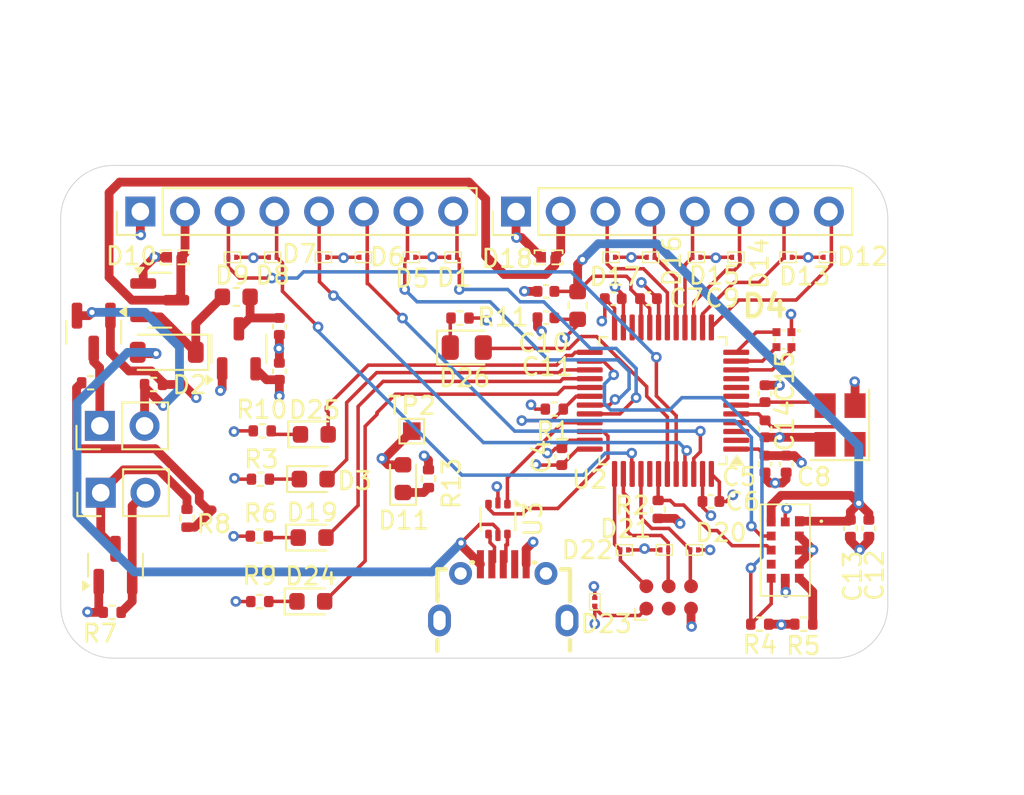
<source format=kicad_pcb>
(kicad_pcb (version 20240108) (generator "pcbnew") (generator_version "8.0")
  (layers (0 "F.Cu" signal) (1 "In1.Cu" power) (2 "In2.Cu" power) (31 "B.Cu" signal) (34 "B.Paste" user) (35 "F.Paste" user) (36 "B.SilkS" user "B.Silkscreen") (37 "F.SilkS" user "F.Silkscreen") (38 "B.Mask" user) (39 "F.Mask" user) (44 "Edge.Cuts" user))
  (net 0 "")
  (net 1 "+3V3")
  (net 2 "GND")
  (net 3 "+3.3VA")
  (net 4 "/RCC_OSC_IN")
  (net 5 "/RCC_OSC_OUT")
  (net 6 "Net-(U4-VI)")
  (net 7 "GPIO0")
  (net 8 "+5V")
  (net 9 "Net-(D2-K)")
  (net 10 "VBUS")
  (net 11 "GPIO1")
  (net 12 "LED_RED")
  (net 13 "LED_GREEN")
  (net 14 "LED_BLUE")
  (net 15 "TOF_INT")
  (net 16 "SENSOR_SDA")
  (net 17 "SENSOR_SCL")
  (net 19 "Net-(IC1-XSHUT)")
  (net 21 "LED4")
  (net 22 "LED1")
  (net 23 "LED2")
  (net 24 "LED0")
  (net 25 "LED3")
  (net 26 "Net-(D3-K)")
  (net 27 "Net-(D19-K)")
  (net 28 "Net-(D24-K)")
  (net 29 "Net-(D25-K)")
  (net 30 "Net-(D26-K)")
  (net 31 "/USB_CONN_D+")
  (net 32 "/USB_CONN_D-")
  (net 33 "SWO")
  (net 34 "SWDIO")
  (net 35 "SWCLK")
  (net 37 "OUT_SDA")
  (net 38 "OUT_SCL")
  (net 39 "USART_TX")
  (net 40 "USART_RX")
  (net 41 "VCC")
  (net 42 "GPIO4")
  (net 43 "SPI_SCLK")
  (net 44 "GPIO2")
  (net 45 "GPIO3")
  (net 46 "SPI_MISO")
  (net 47 "SPI_MOSI")
  (net 53 "USB_D-")
  (net 55 "USB_D+")
  (net 57 "Net-(D11-K)")
  (net 63 "Net-(J1-Pin_1)")
  (net 64 "Net-(J1-Pin_2)")
  (net 65 "Net-(J5-Pin_2)")
  (net 66 "Net-(J5-Pin_1)")
  (footprint "LED_SMD:LED_0805_2012Metric" (layer "F.Cu") (at 162.075 89.35)
    (property "Reference" "D26")
    (property "Value" "LED")
  )
  (footprint "Proj_footprints:TVS-3V3-DFN0603-2_L0.6-W0.3-BI" (layer "F.Cu") (at 156.2 84.221)
    (property "Reference" "D6")
    (property "Value" "D_TVS")
  )
  (footprint "Proj_footprints:TVS-3V3-DFN0603-2_L0.6-W0.3-BI" (layer "F.Cu") (at 151.05 84.221)
    (property "Reference" "D8")
    (property "Value" "D_TVS")
  )
  (footprint "Resistor_SMD:R_0402_1005Metric" (layer "F.Cu") (at 150.35 96.83 180)
    (property "Reference" "R3")
    (property "Value" "55R")
  )
  (footprint "Resistor_SMD:R_0402_1005Metric" (layer "F.Cu") (at 144.275 91.45 180)
    (property "Reference" "R14" (hide yes))
    (property "Value" "10k")
  )
  (footprint "Capacitor_SMD:C_0402_1005Metric" (layer "F.Cu") (at 183.875 99.621 -90)
    (property "Reference" "C13")
    (property "Value" "4u7")
  )
  (footprint "Package_TO_SOT_SMD:SOT-666" (layer "F.Cu") (at 163.8475 99.09967 -90)
    (property "Reference" "U3")
    (property "Value" "USBLC6-2P6")
  )
  (footprint "Connector:Tag-Connect_TC2030-IDC-NL_2x03_P1.27mm_Vertical" (layer "F.Cu") (at 173.55 103.55)
    (property "Reference" "J2" (hide yes))
    (property "Value" "Conn_02x03_Odd_Even")
  )
  (footprint "Capacitor_SMD:C_0402_1005Metric" (layer "F.Cu") (at 179.025 93.971 -90)
    (property "Reference" "C14")
    (property "Value" "10p")
  )
  (footprint "Proj_footprints:TVS-3V3-DFN0603-2_L0.6-W0.3-BI" (layer "F.Cu") (at 161.3 84.221)
    (property "Reference" "D1")
    (property "Value" "D_TVS")
  )
  (footprint "Connector_PinHeader_2.54mm:PinHeader_1x08_P2.54mm_Vertical" (layer "F.Cu") (at 164.875 81.625 90)
    (property "Reference" "J4" (hide yes))
    (property "Value" "Conn_01x08")
  )
  (footprint "Capacitor_SMD:C_0402_1005Metric" (layer "F.Cu") (at 179.025 95.971 -90)
    (property "Reference" "C5")
    (property "Value" "100n")
  )
  (footprint "Resistor_SMD:R_0402_1005Metric" (layer "F.Cu") (at 146.175 99.05 90)
    (property "Reference" "R8")
    (property "Value" "10k")
  )
  (footprint "Connector_PinHeader_2.54mm:PinHeader_1x08_P2.54mm_Vertical" (layer "F.Cu") (at 143.525 81.621 90)
    (property "Reference" "J3" (hide yes))
    (property "Value" "Conn_01x08")
  )
  (footprint "Capacitor_SMD:C_0402_1005Metric" (layer "F.Cu") (at 180.225 95.971 -90)
    (property "Reference" "C8")
    (property "Value" "10u")
  )
  (footprint "Capacitor_SMD:C_0402_1005Metric" (layer "F.Cu") (at 151.425 88.15 -90)
    (property "Reference" "C16" (hide yes))
    (property "Value" "1u")
  )
  (footprint "Proj_footprints:TVS-3V3-DFN0603-2_L0.6-W0.3-BI" (layer "F.Cu") (at 177.375 84.221)
    (property "Reference" "D14")
    (property "Value" "D_TVS")
  )
  (footprint "Proj_footprints:TVS-3V3-DFN0603-2_L0.6-W0.3-BI" (layer "F.Cu") (at 158.925 84.221 180)
    (property "Reference" "D5")
    (property "Value" "D_TVS")
  )
  (footprint "Resistor_SMD:R_0402_1005Metric" (layer "F.Cu") (at 167.05 92.85)
    (property "Reference" "R1")
    (property "Value" "10k")
  )
  (footprint "Proj_footprints:TVS-5V-DFN1006-2L-BI" (layer "F.Cu") (at 166.725 84.221)
    (property "Reference" "D18")
    (property "Value" "D_TVS")
  )
  (footprint "Resistor_SMD:R_0402_1005Metric" (layer "F.Cu") (at 159.9 96.8 90)
    (property "Reference" "R13")
    (property "Value" "75R")
  )
  (footprint "Proj_footprints:HSMFC116" (layer "F.Cu") (at 180.1 88.9 -90)
    (property "Reference" "D4")
    (property "Value" "LED_ARBG" (hide yes))
  )
  (footprint "Proj_footprints:TVS-3V3-DFN0603-2_L0.6-W0.3-BI" (layer "F.Cu") (at 182.575 84.221)
    (property "Reference" "D12")
    (property "Value" "D_TVS")
  )
  (footprint "Capacitor_SMD:C_0402_1005Metric" (layer "F.Cu") (at 179.025 91.971 90)
    (property "Reference" "C15")
    (property "Value" "10p")
  )
  (footprint "Capacitor_SMD:C_0402_1005Metric" (layer "F.Cu") (at 175.95 98.1 180)
    (property "Reference" "C6")
    (property "Value" "100n")
  )
  (footprint "Package_TO_SOT_SMD:SOT-23-3" (layer "F.Cu") (at 149.125 89.421 90)
    (property "Reference" "U4" (hide yes))
    (property "Value" "XC6206PxxxMR")
  )
  (footprint "Proj_footprints:TVS-3V3-DFN0603-2_L0.6-W0.3-BI" (layer "F.Cu") (at 180.325 84.221 180)
    (property "Reference" "D13")
    (property "Value" "D_TVS")
  )
  (footprint "Package_TO_SOT_SMD:SOT-23" (layer "F.Cu") (at 142.1125 101.725 90)
    (property "Reference" "Q3" (hide yes))
    (property "Value" "BSS138")
  )
  (footprint "Resistor_SMD:R_0402_1005Metric" (layer "F.Cu") (at 150.3125 103.785 180)
    (property "Reference" "R9")
    (property "Value" "75R")
  )
  (footprint "Proj_footprints:TVS-3V3-DFN0603-2_L0.6-W0.3-BI" (layer "F.Cu") (at 173.3 100.85)
    (property "Reference" "D21")
    (property "Value" "D_TVS")
  )
  (footprint "Package_TO_SOT_SMD:SOT-23" (layer "F.Cu") (at 140.875 88.475 -90)
    (property "Reference" "Q4" (hide yes))
    (property "Value" "BSS138")
  )
  (footprint "Capacitor_SMD:C_0402_1005Metric" (layer "F.Cu") (at 184.925 99.621 -90)
    (property "Reference" "C12")
    (property "Value" "100n")
  )
  (footprint "Resistor_SMD:R_0402_1005Metric" (layer "F.Cu") (at 150.2875 100.07 180)
    (property "Reference" "R6")
    (property "Value" "55R")
  )
  (footprint "Proj_footprints:TVS-3V3-DFN0603-2_L0.6-W0.3-BI" (layer "F.Cu") (at 170.275 84.221 180)
    (property "Reference" "D17")
    (property "Value" "D_TVS")
  )
  (footprint "LED_SMD:LED_0603_1608Metric" (layer "F.Cu") (at 153.35 96.825)
    (property "Reference" "D3")
    (property "Value" "LED")
  )
  (footprint "Capacitor_SMD:C_0402_1005Metric" (layer "F.Cu") (at 166.575 87.6585 180)
    (property "Reference" "C11")
    (property "Value" "1u")
  )
  (footprint "Capacitor_SMD:C_0402_1005Metric" (layer "F.Cu") (at 151.425 90.7 90)
    (property "Reference" "C17" (hide yes))
    (property "Value" "1u")
  )
  (footprint "LED_SMD:LED_0603_1608Metric" (layer "F.Cu") (at 153.2875 100.15)
    (property "Reference" "D19")
    (property "Value" "LED")
  )
  (footprint "Diode_SMD:D_SOD-123" (layer "F.Cu") (at 145.025 89.621 180)
    (property "Reference" "D2")
    (property "Value" "D_Schottky")
  )
  (footprint "Connector_PinHeader_2.54mm:PinHeader_1x02_P2.54mm_Vertical" (layer "F.Cu") (at 141.275 97.6 90)
    (property "Reference" "J1" (hide yes))
    (property "Value" "Conn_01x02")
  )
  (footprint "Capacitor_SMD:C_0402_1005Metric" (layer "F.Cu") (at 170.4 86.571)
    (property "Reference" "C7")
    (property "Value" "100n")
  )
  (footprint "Package_TO_SOT_SMD:SOT-23" (layer "F.Cu") (at 144.625 86.6585)
    (property "Reference" "Q1" (hide yes))
    (property "Value" "AO3401A")
  )
  (footprint "Inductor_SMD:L_0603_1608Metric" (layer "F.Cu") (at 148.975 86.471)
    (property "Reference" "FB2" (hide yes))
    (property "Value" "120R @ 100MHz")
  )
  (footprint "Package_QFP:LQFP-48_7x7mm_P0.5mm" (layer "F.Cu") (at 173.225 92.371 180)
    (property "Reference" "U2")
    (property "Value" "STM32G431CBTx")
  )
  (footprint "Inductor_SMD:L_0603_1608Metric" (layer "F.Cu") (at 168.375 86.9585 -90)
    (property "Reference" "FB1" (hide yes))
    (property "Value" "120R @ 100MHz")
  )
  (footprint "TestPoint:TestPoint_Pad_1.0x1.0mm" (layer "F.Cu") (at 158.95 94.1)
    (property "Reference" "TP2")
    (property "Value" "TestPoint")
  )
  (footprint "Capacitor_SMD:C_0402_1005Metric" (layer "F.Cu") (at 172.4 86.571)
    (property "Reference" "C9")
    (property "Value" "10n")
  )
  (footprint "Proj_footprints:TVS-3V3-DFN0603-2_L0.6-W0.3-BI" (layer "F.Cu") (at 172.525 84.221)
    (property "Reference" "D16")
    (property "Value" "D_TVS")
  )
  (footprint "Resistor_SMD:R_0402_1005Metric" (layer "F.Cu") (at 150.4525 94.085 180)
    (property "Reference" "R10")
    (property "Value" "75R")
  )
  (footprint "Resistor_SMD:R_0402_1005Metric" (layer "F.Cu") (at 181.225 105.071)
    (property "Reference" "R5")
    (property "Value" "10k")
  )
  (footprint "Proj_footprints:TVS-5V-DFN1006-2L-BI" (layer "F.Cu") (at 145.475 84.221)
    (property "Reference" "D10")
    (property "Value" "D_TVS")
  )
  (footprint "Proj_footprints:MICRO-USB-SMD_MICROXNJ" (layer "F.Cu") (at 164.15 103.26192)
    (property "Reference" "USB1" (hide yes))
    (property "Value" "~")
  )
  (footprint "Resistor_SMD:R_0402_1005Metric" (layer "F.Cu") (at 140.7 91.35)
    (property "Reference" "R15" (hide yes))
    (property "Value" "10k")
  )
  (footprint "Capacitor_SMD:C_0402_1005Metric" (layer "F.Cu") (at 166.575 86.1585 180)
    (property "Reference" "C10")
    (property "Value" "1u")
  )
  (footprint "Capacitor_SMD:C_0402_1005Metric" (layer "F.Cu") (at 167.475 95.55 90)
    (property "Reference" "C4")
    (property "Value" "100n")
  )
  (footprint "Proj_footprints:TVS-3V3-DFN0603-2_L0.6-W0.3-BI" (layer "F.Cu") (at 171.025 100.85 180)
    (property "Reference" "D22")
    (property "Value" "D_TVS")
  )
  (footprint "Resistor_SMD:R_0402_1005Metric" (layer "F.Cu") (at 178.725 105.071 180)
    (property "Reference" "R4")
    (property "Value" "10k")
  )
  (footprint "LED_SMD:LED_0603_1608Metric" (layer "F.Cu") (at 158.45 96.8 90)
    (property "Reference" "D11")
    (property "Value" "LED")
  )
  (footprint "Crystal:Crystal_SMD_3225-4Pin_3.2x2.5mm" (layer "F.Cu") (at 183.29 93.75 90)
    (property "Reference" "Y1" (hide yes))
    (property "Value" "Crystal_GND24")
  )
  (footprint "LED_SMD:LED_0603_1608Metric" (layer "F.Cu") (at 153.4125 94.285)
    (property "Reference" "D25")
    (property "Value" "LED")
  )
  (footprint "Proj_footprints:TVS-3V3-DFN0603-2_L0.6-W0.3-BI" (layer "F.Cu") (at 169.35 103.8 -90)
    (property "Reference" "D23")
    (property "Value" "D_TVS")
  )
  (footprint "Resistor_SMD:R_0402_1005Metric" (layer "F.Cu") (at 161.69 87.675)
    (property "Reference" "R11")
    (property "Value" "20R")
  )
  (footprint "Proj_footprints:TVS-3V3-DFN0603-2_L0.6-W0.3-BI" (layer "F.Cu") (at 148.75 84.221 180)
    (property "Reference" "D9")
    (property "Value" "D_TVS")
  )
  (footprint "Proj_footprints:TVS-3V3-DFN0603-2_L0.6-W0.3-BI" (layer "F.Cu") (at 175.125 84.221 180)
    (property "Reference" "D15")
    (property "Value" "D_TVS")
  )
  (footprint "Resistor_SMD:R_0402_1005Metric" (layer "F.Cu") (at 172.95 98.55 90)
    (property "Reference" "R2")
    (property "Value" "10k")
  )
  (footprint "Proj_footprints:TVS-3V3-DFN0603-2_L0.6-W0.3-BI" (layer "F.Cu") (at 153.925 84.221 180)
    (property "Reference" "D7")
    (property "Value" "D_TVS")
  )
  (footprint "Proj_footprints:TVS-3V3-DFN0603-2_L0.6-W0.3-BI" (layer "F.Cu") (at 175 100.85 180)
    (property "Reference" "D20")
    (property "Value" "D_TVS")
  )
  (footprint "LED_SMD:LED_0603_1608Metric" (layer "F.Cu") (at 153.2125 103.775)
    (property "Reference" "D24")
    (property "Value" "LED")
  )
  (footprint "Connector_PinHeader_2.54mm:PinHeader_1x02_P2.54mm_Vertical" (layer "F.Cu") (at 141.225 93.8 90)
    (property "Reference" "J5" (hide yes))
    (property "Value" "Conn_01x02")
  )
  (footprint "Resistor_SMD:R_0402_1005Metric" (layer "F.Cu") (at 141.925 104.4)
    (property "Reference" "R7")
    (property "Value" "10k")
  )
  (footprint "Proj_footprints:VL53L1CBV0FY1" (layer "F.Cu") (at 180.175 100.861)
    (property "Reference" "IC1" (hide yes))
    (property "Value" "VL53L1CBV0FY_1" (hide yes))
  )
  (gr_arc (start 142 107) (mid 139.87868 106.12132) (end 139 104) (stroke (width 0.05)) (layer "Edge.Cuts"))
  (gr_arc (start 183 79) (mid 185.12132 79.87868) (end 186 82) (stroke (width 0.05)) (layer "Edge.Cuts"))
  (gr_line (start 183 79) (end 142 79) (stroke (width 0.05)) (layer "Edge.Cuts"))
  (gr_line (start 186 104) (end 186 82) (stroke (width 0.05)) (layer "Edge.Cuts"))
  (gr_arc (start 139 82) (mid 139.87868 79.87868) (end 142 79) (stroke (width 0.05)) (layer "Edge.Cuts"))
  (gr_arc (start 186 104) (mid 185.12132 106.12132) (end 183 107) (stroke (width 0.05)) (layer "Edge.Cuts"))
  (gr_line (start 139 82) (end 139 104) (stroke (width 0.05)) (layer "Edge.Cuts"))
  (gr_line (start 183 107) (end 142 107) (stroke (width 0.05)) (layer "Edge.Cuts"))
  (segment (start 150.075 90.5585) (end 150.6965 91.18) (width 0.5) (layer "F.Cu") (net 1))
  (segment (start 166.54 92.85) (end 166.54 92.84) (width 0.2) (layer "F.Cu") (net 1))
  (segment (start 166.03 96.03) (end 166 96) (width 0.2) (layer "F.Cu") (net 1))
  (segment (start 169.778699 104.578699) (end 169.35 104.15) (width 0.2) (layer "F.Cu") (net 1))
  (segment (start 151.425 91.18) (end 151.425 92.1) (width 0.5) (layer "F.Cu") (net 1))
  (segment (start 170.475 88.2085) (end 170.475 87.126) (width 0.2) (layer "F.Cu") (net 1))
  (segment (start 169.92 87.68) (end 169.75 87.85) (width 0.2) (layer "F.Cu") (net 1))
  (segment (start 178.655 95.121) (end 179.025 95.491) (width 0.2) (layer "F.Cu") (net 1))
  (segment (start 142.873172 90.68) (end 144.146056 90.68) (width 0.5) (layer "F.Cu") (net 1))
  (segment (start 180.691 95.491) (end 181.1 95.9) (width 0.5) (layer "F.Cu") (net 1))
  (segment (start 179.921 105.071) (end 179.95 105.1) (width 0.5) (layer "F.Cu") (net 1))
  (segment (start 141.825 89.631828) (end 142.873172 90.68) (width 0.5) (layer "F.Cu") (net 1))
  (segment (start 169.35 104.15) (end 169.35 105.05) (width 0.2) (layer "F.Cu") (net 1))
  (segment (start 176.825 98.1) (end 177.2 97.725) (width 0.2) (layer "F.Cu") (net 1))
  (segment (start 141.1625 104.1475) (end 141.415 104.4) (width 0.5) (layer "F.Cu") (net 1))
  (segment (start 167.475 96.03) (end 166.03 96.03) (width 0.2) (layer "F.Cu") (net 1))
  (segment (start 167.1425 87.746) (end 167.055 87.6585) (width 0.2) (layer "F.Cu") (net 1))
  (segment (start 144.146056 90.68) (end 144.785 91.318944) (width 0.5) (layer "F.Cu") (net 1))
  (segment (start 168.375 87.746) (end 168.375 88.075) (width 0.2) (layer "F.Cu") (net 1))
  (segment (start 180.225 95.491) (end 179.025 95.491) (width 0.5) (layer "F.Cu") (net 1))
  (segment (start 157.25 95.65) (end 157.4 95.65) (width 0.5) (layer "F.Cu") (net 1))
  (segment (start 157.4 95.65) (end 158.95 94.1) (width 0.5) (layer "F.Cu") (net 1))
  (segment (start 140.55 104.4) (end 140.525 104.375) (width 0.5) (layer "F.Cu") (net 1))
  (segment (start 157.6125 96.0125) (end 157.25 95.65) (width 0.5) (layer "F.Cu") (net 1))
  (segment (start 145.95 91.45) (end 146.7 92.2) (width 0.5) (layer "F.Cu") (net 1))
  (segment (start 172.95 99.06) (end 173.91 99.06) (width 0.5) (layer "F.Cu") (net 1))
  (segment (start 177.3875 95.121) (end 178.655 95.121) (width 0.2) (layer "F.Cu") (net 1))
  (segment (start 170.475 87.126) (end 169.92 86.571) (width 0.2) (layer "F.Cu") (net 1))
  (segment (start 179.979 105.071) (end 179.95 105.1) (width 0.5) (layer "F.Cu") (net 1))
  (segment (start 150.6965 91.18) (end 151.425 91.18) (width 0.5) (layer "F.Cu") (net 1))
  (segment (start 180.715 105.071) (end 179.979 105.071) (width 0.5) (layer "F.Cu") (net 1))
  (segment (start 169.92 86.571) (end 169.92 87.68) (width 0.2) (layer "F.Cu") (net 1))
  (segment (start 176.43 98.1) (end 176.43 96.9885) (width 0.2) (layer "F.Cu") (net 1))
  (segment (start 165.975 92.85) (end 165.725 92.6) (width 0.2) (layer "F.Cu") (net 1))
  (segment (start 141.415 104.4) (end 140.55 104.4) (width 0.5) (layer "F.Cu") (net 1))
  (segment (start 173.91 99.06) (end 174.2 99.35) (width 0.5) (layer "F.Cu") (net 1))
  (segment (start 166.54 92.85) (end 165.975 92.85) (width 0.2) (layer "F.Cu") (net 1))
  (segment (start 179.235 105.071) (end 179.921 105.071) (width 0.5) (layer "F.Cu") (net 1))
  (segment (start 180.525 88.475) (end 180.525 87.475) (width 0.2) (layer "F.Cu") (net 1))
  (segment (start 168.375 88.075) (end 167.65 88.8) (width 0.2) (layer "F.Cu") (net 1))
  (segment (start 175.975 96.5335) (end 176.43 96.9885) (width 0.2) (layer "F.Cu") (net 1))
  (segment (start 141.1625 102.6625) (end 141.1625 104.1475) (width 0.5) (layer "F.Cu") (net 1))
  (segment (start 141.825 87.5375) (end 141.825 89.631828) (width 0.5) (layer "F.Cu") (net 1))
  (segment (start 144.785 91.45) (end 145.95 91.45) (width 0.5) (layer "F.Cu") (net 1))
  (segment (start 168.375 87.746) (end 167.1425 87.746) (width 0.2) (layer "F.Cu") (net 1))
  (segment (start 158.45 96.0125) (end 157.6125 96.0125) (width 0.5) (layer "F.Cu") (net 1))
  (segment (start 171.886301 104.578699) (end 169.778699 104.578699) (width 0.2) (layer "F.Cu") (net 1))
  (segment (start 172.28 104.185) (end 171.886301 104.578699) (width 0.2) (layer "F.Cu") (net 1))
  (segment (start 169.0625 95.121) (end 168.384 95.121) (width 0.2) (layer "F.Cu") (net 1))
  (segment (start 144.785 91.318944) (end 144.785 91.45) (width 0.5) (layer "F.Cu") (net 1))
  (segment (start 168.384 95.121) (end 167.475 96.03) (width 0.2) (layer "F.Cu") (net 1))
  (segment (start 176.43 98.1) (end 176.825 98.1) (width 0.2) (layer "F.Cu") (net 1))
  (segment (start 180.225 95.491) (end 180.691 95.491) (width 0.5) (layer "F.Cu") (net 1))
  (segment (start 180.525 87.475) (end 180.5 87.45) (width 0.2) (layer "F.Cu") (net 1))
  (via (at 151.425 92.1) (size 0.6) (drill 0.3) (layers "F.Cu" "B.Cu") (net 1))
  (via (at 165.725 92.6) (size 0.6) (drill 0.3) (layers "F.Cu" "B.Cu") (net 1))
  (via (at 146.7 92.2) (size 0.6) (drill 0.3) (layers "F.Cu" "B.Cu") (net 1))
  (via (at 166 96) (size 0.6) (drill 0.3) (layers "F.Cu" "B.Cu") (net 1))
  (via (at 181.1 95.9) (size 0.6) (drill 0.3) (layers "F.Cu" "B.Cu") (net 1))
  (via (at 157.25 95.65) (size 0.6) (drill 0.3) (layers "F.Cu" "B.Cu") (net 1))
  (via (at 169.35 105.05) (size 0.6) (drill 0.3) (layers "F.Cu" "B.Cu") (net 1))
  (via (at 179.95 105.1) (size 0.6) (drill 0.3) (layers "F.Cu" "B.Cu") (net 1))
  (via (at 174.2 99.35) (size 0.6) (drill 0.3) (layers "F.Cu" "B.Cu") (net 1))
  (via (at 180.5 87.45) (size 0.6) (drill 0.3) (layers "F.Cu" "B.Cu") (net 1))
  (via (at 140.525 104.375) (size 0.6) (drill 0.3) (layers "F.Cu" "B.Cu") (net 1))
  (via (at 177.2 97.725) (size 0.6) (drill 0.3) (layers "F.Cu" "B.Cu") (net 1))
  (via (at 167.65 88.8) (size 0.6) (drill 0.3) (layers "F.Cu" "B.Cu") (net 1))
  (via (at 169.75 87.85) (size 0.6) (drill 0.3) (layers "F.Cu" "B.Cu") (net 1))
  (segment (start 145.05 84.221) (end 144.371 84.221) (width 0.5) (layer "F.Cu") (net 2))
  (segment (start 172.25 100.85) (end 172.175 100.775) (width 0.2) (layer "F.Cu") (net 2))
  (segment (start 169.35 102.975) (end 169.3 102.925) (width 0.2) (layer "F.Cu") (net 2))
  (segment (start 170.495 84.221) (end 171.421 84.221) (width 0.2) (layer "F.Cu") (net 2))
  (segment (start 180.975 101.625) (end 181.75 100.85) (width 0.5) (layer "F.Cu") (net 2))
  (segment (start 163.8475 98.17467) (end 163.8475 97.3125) (width 0.2) (layer "F.Cu") (net 2))
  (segment (start 182.04 94.45) (end 179.85 94.45) (width 0.5) (layer "F.Cu") (net 2))
  (segment (start 179.025 96.451) (end 179.025 96.775) (width 0.5) (layer "F.Cu") (net 2))
  (segment (start 161.08 84.221) (end 160.146 84.221) (width 0.2) (layer "F.Cu") (net 2))
  (segment (start 174.82 104.185) (end 174.82 105.17) (width 0.5) (layer "F.Cu") (net 2))
  (segment (start 172.975 86.666) (end 172.88 86.571) (width 0.2) (layer "F.Cu") (net 2))
  (segment (start 176.196 84.221) (end 176.225 84.25) (width 0.2) (layer "F.Cu") (net 2))
  (segment (start 149.921 84.221) (end 149.95 84.25) (width 0.2) (layer "F.Cu") (net 2))
  (segment (start 183.875 100.101) (end 183.875 100.325) (width 0.5) (layer "F.Cu") (net 2))
  (segment (start 144.371 84.221) (end 144.35 84.2) (width 0.5) (layer "F.Cu") (net 2))
  (segment (start 175.475 98.095) (end 175.47 98.1) (width 0.2) (layer "F.Cu") (net 2))
  (segment (start 172.975 88.2085) (end 172.975 86.666) (width 0.2) (layer "F.Cu") (net 2))
  (segment (start 155.046 84.221) (end 155.075 84.25) (width 0.2) (layer "F.Cu") (net 2))
  (segment (start 180.175 102.461) (end 180.175 103.225) (width 0.5) (layer "F.Cu") (net 2))
  (segment (start 172.88 86.571) (end 172.88 86.53) (width 0.2) (layer "F.Cu") (net 2))
  (segment (start 176.254 84.221) (end 176.225 84.25) (width 0.2) (layer "F.Cu") (net 2))
  (segment (start 151.425 89.425) (end 151.4 89.4) (width 0.5) (layer "F.Cu") (net 2))
  (segment (start 179.025 91.491) (end 179.841 91.491) (width 0.5) (layer "F.Cu") (net 2))
  (segment (start 169.0625 94.621) (end 167.924 94.621) (width 0.2) (layer "F.Cu") (net 2))
  (segment (start 159.145 84.221) (end 160.104 84.221) (width 0.2) (layer "F.Cu") (net 2))
  (segment (start 180.975 101.661) (end 180.975 101.625) (width 0.5) (layer "F.Cu") (net 2))
  (segment (start 170.88 86.28) (end 170.5 85.9) (width 0.2) (layer "F.Cu") (net 2))
  (segment (start 165.179 83.1) (end 166.3 84.221) (width 0.5) (layer "F.Cu") (net 2))
  (segment (start 143.525 81.621) (end 143.525 82.925) (width 0.5) (layer "F.Cu") (net 2))
  (segment (start 180.975 100.075) (end 181.75 100.85) (width 0.5) (layer "F.Cu") (net 2))
  (segment (start 164.875 81.625) (end 164.875 83.075) (width 0.5) (layer "F.Cu") (net 2))
  (segment (start 180.175 98.575) (end 180.25 98.5) (width 0.2) (layer "F.Cu") (net 2))
  (segment (start 172.1 100.85) (end 172.175 100.775) (width 0.2) (layer "F.Cu") (net 2))
  (segment (start 155.98 84.221) (end 155.104 84.221) (width 0.2) (layer "F.Cu") (net 2))
  (segment (start 167.13 95.07) (end 166.85 95.35) (width 0.2) (layer "F.Cu") (net 2))
  (segment (start 165.3585 86.1585) (end 165.35 86.15) (width 0.5) (layer "F.Cu") (net 2))
  (segment (start 180.225 96.451) (end 180.225 96.825) (width 0.5) (layer "F.Cu") (net 2))
  (segment (start 173.08 100.85) (end 172.25 100.85) (width 0.2) (layer "F.Cu") (net 2))
  (segment (start 148.89 94.085) (end 148.85 94.125) (width 0.2) (layer "F.Cu") (net 2))
  (segment (start 171.245 100.85) (end 172.1 100.85) (width 0.2) (layer "F.Cu") (net 2))
  (segment (start 163.075 87.675) (end 163.2 87.8) (width 0.2) (layer "F.Cu") (net 2))
  (segment (start 167.475 95.07) (end 167.13 95.07) (width 0.2) (layer "F.Cu") (net 2))
  (segment (start 148.175 90.5585) (end 148.175 91.7) (width 0.5) (layer "F.Cu") (net 2))
  (segment (start 143.6875 85.7085) (end 143.6875 84.8625) (width 0.5) (layer "F.Cu") (net 2))
  (segment (start 151.425 90.22) (end 151.425 89.425) (width 0.5) (layer "F.Cu") (net 2))
  (segment (start 151.425 88.63) (end 151.425 89.375) (width 0.5) (layer "F.Cu") (net 2))
  (segment (start 180.975 100.061) (end 180.975 100.075) (width 0.5) (layer "F.Cu") (net 2))
  (segment (start 180.975 100.861) (end 181.739 100.861) (width 0.5) (layer "F.Cu") (net 2))
  (segment (start 160.146 84.221) (end 160.125 84.2) (width 0.2) (layer "F.Cu") (net 2))
  (segment (start 149.7775 100.07) (end 148.83 100.07) (width 0.2) (layer "F.Cu") (net 2))
  (segment (start 149.9425 94.085) (end 148.89 94.085) (width 0.2) (layer "F.Cu") (net 2))
  (segment (start 159.9 96.29) (end 159.9 95.75) (width 0.5) (layer "F.Cu") (net 2))
  (segment (start 181.739 100.861) (end 181.75 100.85) (width 0.5) (layer "F.Cu") (net 2))
  (segment (start 179.3 97.05) (end 179.6 97.05) (width 0.5) (layer "F.Cu") (net 2))
  (segment (start 163.8475 97.3125) (end 163.785 97.25) (width 0.2) (layer "F.Cu") (net 2))
  (segment (start 171.421 84.221) (end 171.425 84.225) (width 0.2) (layer "F.Cu") (net 2))
  (segment (start 149.84 96.83) (end 148.93 96.83) (width 0.2) (layer "F.Cu") (net 2))
  (segment (start 167.924 94.621) (end 167.475 95.07) (width 0.2) (layer "F.Cu") (net 2))
  (segment (start 184.14 91.31) (end 184.12 91.29) (width 0.5) (layer "F.Cu") (net 2))
  (segment (start 150.83 84.221) (end 149.979 84.221) (width 0.2) (layer "F.Cu") (net 2))
  (segment (start 182.355 84.221) (end 181.479 84.221) (width 0.2) (layer "F.Cu") (net 2))
  (segment (start 166.85 95.35) (end 166.65 95.35) (width 0.2) (layer "F.Cu") (net 2))
  (segment (start 164.9 83.1) (end 165.179 83.1) (width 0.5) (layer "F.Cu") (net 2))
  (segment (start 148.93 96.83) (end 148.875 96.775) (width 0.2) (layer "F.Cu") (net 2))
  (segment (start 166.095 87.6585) (end 166.095 88.19647) (width 0.5) (layer "F.Cu") (net 2))
  (segment (start 179.025 94.451) (end 179.849 94.451) (width 0.5) (layer "F.Cu") (net 2))
  (segment (start 170.88 86.571) (end 170.88 86.28) (width 0.2) (layer "F.Cu") (net 2))
  (segment (start 166.095 86.1585) (end 165.3585 86.1585) (width 0.5) (layer "F.Cu") (net 2))
  (segment (start 180.545 84.221) (end 181.471 84.221) (width 0.2) (layer "F.Cu") (net 2))
  (segment (start 183.875 100.325) (end 184.4 100.85) (width 0.5) (layer "F.Cu") (net 2))
  (segment (start 182.44 94.85) (end 182.04 94.45) (width 0.5) (layer "F.Cu") (net 2))
  (segment (start 180 97.05) (end 180.225 96.825) (width 0.5) (layer "F.Cu") (net 2))
  (segment (start 174.82 105.17) (end 174.85 105.2) (width 0.5) (layer "F.Cu") (net 2))
  (segment (start 154.145 84.221) (end 155.046 84.221) (width 0.2) (layer "F.Cu") (net 2))
  (segment (start 159.9 95.75) (end 159.65 95.5) (width 0.5) (layer "F.Cu") (net 2))
  (segment (start 149.979 84.221) (end 149.95 84.25) (width 0.2) (layer "F.Cu") (net 2))
  (segment (start 175.22 100.85) (end 175.9 100.85) (width 0.2) (layer "F.Cu") (net 2))
  (segment (start 184.925 100.325) (end 184.4 100.85) (width 0.5) (layer "F.Cu") (net 2))
  (segment (start 164.875 83.075) (end 164.9 83.1) (width 0.5) (layer "F.Cu") (net 2))
  (segment (start 170.975 86.666) (end 170.975 88.2085) (width 0.2) (layer "F.Cu") (net 2))
  (segment (start 166.095 88.19647) (end 166.324265 88.425735) (width 0.5) (layer "F.Cu") (net 2))
  (segment (start 143.525 82.925) (end 143.55 82.95) (width 0.5) (layer "F.Cu") (net 2))
  (segment (start 155.104 84.221) (end 155.075 84.25) (width 0.2) (layer "F.Cu") (net 2))
  (segment (start 148.83 100.07) (end 148.825 100.075) (width 0.2) (layer "F.Cu") (net 2))
  (segment (start 180.175 99.261) (end 180.175 98.575) (width 0.2) (layer "F.Cu") (net 2))
  (segment (start 184.14 92.65) (end 184.14 91.31) (width 0.5) (layer "F.Cu") (net 2))
  (segment (start 179.025 96.775) (end 179.3 97.05) (width 0.5) (layer "F.Cu") (net 2))
  (segment (start 169.35 103.58) (end 169.35 102.975) (width 0.2) (layer "F.Cu") (net 2))
  (segment (start 172.305 84.221) (end 171.429 84.221) (width 0.2) (layer "F.Cu") (net 2))
  (segment (start 151.425 89.375) (end 151.4 89.4) (width 0.5) (layer "F.Cu") (net 2))
  (segment (start 184.925 100.101) (end 184.925 100.325) (width 0.5) (layer "F.Cu") (net 2))
  (segment (start 172.88 86.53) (end 172 85.65) (width 0.2) (layer "F.Cu") (net 2))
  (segment (start 149.8025 103.785) (end 148.96 103.785) (width 0.2) (layer "F.Cu") (net 2))
  (segment (start 171.429 84.221) (end 171.425 84.225) (width 0.2) (layer "F.Cu") (net 2))
  (segment (start 148.97 84.221) (end 149.921 84.221) (width 0.2) (layer "F.Cu") (net 2))
  (segment (start 175.47 98.42) (end 175.95 98.9) (width 0.2) (layer "F.Cu") (net 2))
  (segment (start 175.47 98.1) (end 175.47 98.42) (width 0.2) (layer "F.Cu") (net 2))
  (segment (start 175.475 96.5335) (end 175.475 98.095) (width 0.2) (layer "F.Cu") (net 2))
  (segment (start 179.849 94.451) (end 179.85 94.45) (width 0.5) (layer "F.Cu") (net 2))
  (segment (start 181.471 84.221) (end 181.475 84.225) (width 0.2) (layer "F.Cu") (net 2))
  (segment (start 170.88 86.571) (end 170.975 86.666) (width 0.2) (layer "F.Cu") (net 2))
  (segment (start 175.345 84.221) (end 176.196 84.221) (width 0.2) (layer "F.Cu") (net 2))
  (segment (start 160.104 84.221) (end 160.125 84.2) (width 0.2) (layer "F.Cu") (net 2))
  (segment (start 165.45 101.66542) (end 165.45 100.79967) (width 0.5) (layer "F.Cu") (net 2))
  (segment (start 180.175 103.225) (end 180.2 103.25) (width 0.5) (layer "F.Cu") (net 2))
  (segment (start 179.841 91.491) (end 179.85 91.5) (width 0.5) (layer "F.Cu") (net 2))
  (segment (start 177.155 84.221) (end 176.254 84.221) (width 0.2) (layer "F.Cu") (net 2))
  (segment (start 148.96 103.785) (end 148.95 103.775) (width 0.2) (layer "F.Cu") (net 2))
  (segment (start 165.45 100.79967) (end 165.85 100.39967) (width 0.5) (layer "F.Cu") (net 2))
  (segment (start 143.6875 84.8625) (end 144.35 84.2) (width 0.5) (layer "F.Cu") (net 2))
  (segment (start 148.175 91.7) (end 148.075 91.8) (width 0.5) (layer "F.Cu") (net 2))
  (segment (start 181.479 84.221) (end 181.475 84.225) (width 0.2) (layer "F.Cu") (net 2))
  (segment (start 179.6 97.05) (end 180 97.05) (width 0.5) (layer "F.Cu") (net 2))
  (segment (start 162.2 87.675) (end 163.075 87.675) (width 0.2) (layer "F.Cu") (net 2))
  (via (at 184.12 91.29) (size 0.6) (drill 0.3) (layers "F.Cu" "B.Cu") (net 2))
  (via (at 171.425 84.225) (size 0.6) (drill 0.3) (layers "F.Cu" "B.Cu") (net 2))
  (via (at 174.85 105.2) (size 0.6) (drill 0.3) (layers "F.Cu" "B.Cu") (net 2))
  (via (at 155.075 84.25) (size 0.6) (drill 0.3) (layers "F.Cu" "B.Cu") (net 2))
  (via (at 172 85.65) (size 0.6) (drill 0.3) (layers "F.Cu" "B.Cu") (net 2))
  (via (at 179.6 97.05) (size 0.6) (drill 0.3) (layers "F.Cu" "B.Cu") (net 2))
  (via (at 148.85 94.125) (size 0.6) (drill 0.3) (layers "F.Cu" "B.Cu") (net 2))
  (via (at 179.85 91.5) (size 0.6) (drill 0.3) (layers "F.Cu" "B.Cu") (net 2))
  (via (at 184.4 100.85) (size 0.6) (drill 0.3) (layers "F.Cu" "B.Cu") (net 2))
  (via (at 175.95 98.9) (size 0.6) (drill 0.3) (layers "F.Cu" "B.Cu") (net 2))
  (via (at 175.9 100.85) (size 0.6) (drill 0.3) (layers "F.Cu" "B.Cu") (net 2))
  (via (at 160.125 84.2) (size 0.6) (drill 0.3) (layers "F.Cu" "B.Cu") (net 2))
  (via (at 170.5 85.9) (size 0.6) (drill 0.3) (layers "F.Cu" "B.Cu") (net 2))
  (via (at 159.65 95.5) (size 0.6) (drill 0.3) (layers "F.Cu" "B.Cu") (net 2))
  (via (at 163.2 87.8) (size 0.6) (drill 0.3) (layers "F.Cu" "B.Cu") (net 2))
  (via (at 143.55 82.95) (size 0.6) (drill 0.3) (layers "F.Cu" "B.Cu") (net 2))
  (via (at 180.25 98.5) (size 0.6) (drill 0.3) (layers "F.Cu" "B.Cu") (net 2))
  (via (at 149.95 84.25) (size 0.6) (drill 0.3) (layers "F.Cu" "B.Cu") (net 2))
  (via (at 144.35 84.2) (size 0.6) (drill 0.3) (layers "F.Cu" "B.Cu") (net 2))
  (via (at 148.075 91.8) (size 0.6) (drill 0.3) (layers "F.Cu" "B.Cu") (net 2))
  (via (at 169.3 102.925) (size 0.6) (drill 0.3) (layers "F.Cu" "B.Cu") (net 2))
  (via (at 181.75 100.85) (size 0.6) (drill 0.3) (layers "F.Cu" "B.Cu") (net 2))
  (via (at 166.65 95.35) (size 0.6) (drill 0.3) (layers "F.Cu" "B.Cu") (net 2))
  (via (at 172.175 100.775) (size 0.6) (drill 0.3) (layers "F.Cu" "B.Cu") (net 2))
  (via (at 164.9 83.1) (size 0.6) (drill 0.3) (layers "F.Cu" "B.Cu") (net 2))
  (via (at 181.475 84.225) (size 0.6) (drill 0.3) (layers "F.Cu" "B.Cu") (net 2))
  (via (at 151.4 89.4) (size 0.6) (drill 0.3) (layers "F.Cu" "B.Cu") (net 2))
  (via (at 165.85 100.39967) (size 0.6) (drill 0.3) (layers "F.Cu" "B.Cu") (net 2))
  (via (at 148.95 103.775) (size 0.6) (drill 0.3) (layers "F.Cu" "B.Cu") (net 2))
  (via (at 180.2 103.25) (size 0.6) (drill 0.3) (layers "F.Cu" "B.Cu") (net 2))
  (via (at 166.324265 88.425735) (size 0.6) (drill 0.3) (layers "F.Cu" "B.Cu") (net 2))
  (via (at 148.875 96.775) (size 0.6) (drill 0.3) (layers "F.Cu" "B.Cu") (net 2))
  (via (at 179.85 94.45) (size 0.6) (drill 0.3) (layers "F.Cu" "B.Cu") (net 2))
  (via (at 176.225 84.25) (size 0.6) (drill 0.3) (layers "F.Cu" "B.Cu") (net 2))
  (via (at 148.825 100.075) (size 0.6) (drill 0.3) (layers "F.Cu" "B.Cu") (net 2))
  (via (at 165.35 86.15) (size 0.6) (drill 0.3) (layers "F.Cu" "B.Cu") (net 2))
  (via (at 163.785 97.25) (size 0.6) (drill 0.3) (layers "F.Cu" "B.Cu") (net 2))
  (segment (start 179.375 99.261) (end 179.375 98.314339) (width 0.5) (layer "F.Cu") (net 3))
  (segment (start 171.15 85.3) (end 169.246 85.3) (width 0.2) (layer "F.Cu") (net 3))
  (segment (start 168.3625 86.1585) (end 168.375 86.171) (width 0.2) (layer "F.Cu") (net 3))
  (segment (start 184.925 99.141) (end 184.925 98.775) (width 0.5) (layer "F.Cu") (net 3))
  (segment (start 172.475 87.126) (end 171.92 86.571) (width 0.2) (layer "F.Cu") (net 3))
  (segment (start 172.475 88.2085) (end 172.475 87.126) (width 0.2) (layer "F.Cu") (net 3))
  (segment (start 179.939339 97.75) (end 183.9 97.75) (width 0.5) (layer "F.Cu") (net 3))
  (segment (start 171.4 85.55) (end 171.15 85.3) (width 0.2) (layer "F.Cu") (net 3))
  (segment (start 171.975 88.2085) (end 171.975 86.626) (width 0.2) (layer "F.Cu") (net 3))
  (segment (start 183.9 97.75) (end 184.35 98.2) (width 0.5) (layer "F.Cu") (net 3))
  (segment (start 183.875 99.141) (end 183.875 98.675) (width 0.5) (layer "F.Cu") (net 3))
  (segment (start 171.4 86.051) (end 171.4 85.55) (width 0.2) (layer "F.Cu") (net 3))
  (segment (start 167.055 86.1585) (end 168.3625 86.1585) (width 0.2) (layer "F.Cu") (net 3))
  (segment (start 168.375 84.625) (end 168.65 84.35) (width 0.5) (layer "F.Cu") (net 3))
  (segment (start 168.375 86.171) (end 168.375 84.625) (width 0.5) (layer "F.Cu") (net 3))
  (segment (start 171.975 86.626) (end 171.92 86.571) (width 0.2) (layer "F.Cu") (net 3))
  (segment (start 184.925 98.775) (end 184.35 98.2) (width 0.5) (layer "F.Cu") (net 3))
  (segment (start 169.246 85.3) (end 168.375 86.171) (width 0.2) (layer "F.Cu") (net 3))
  (segment (start 179.375 98.314339) (end 179.939339 97.75) (width 0.5) (layer "F.Cu") (net 3))
  (segment (start 183.875 98.675) (end 184.35 98.2) (width 0.5) (layer "F.Cu") (net 3))
  (segment (start 180.975 99.221) (end 183.795 99.221) (width 0.5) (layer "F.Cu") (net 3))
  (segment (start 171.92 86.571) (end 171.4 86.051) (width 0.2) (layer "F.Cu") (net 3))
  (segment (start 183.795 99.221) (end 183.875 99.141) (width 0.5) (layer "F.Cu") (net 3))
  (via (at 168.65 84.35) (size 0.6) (drill 0.3) (layers "F.Cu" "B.Cu") (net 3))
  (via (at 184.35 98.2) (size 0.6) (drill 0.3) (layers "F.Cu" "B.Cu") (net 3))
  (segment (start 184.35 94.939339) (end 184.35 98.2) (width 0.5) (layer "B.Cu") (net 3))
  (segment (start 172.860661 83.45) (end 184.35 94.939339) (width 0.5) (layer "B.Cu") (net 3))
  (segment (start 168.65 84.35) (end 169.55 83.45) (width 0.5) (layer "B.Cu") (net 3))
  (segment (start 169.55 83.45) (end 172.860661 83.45) (width 0.5) (layer "B.Cu") (net 3))
  (segment (start 178.655 93.121) (end 179.025 93.491) (width 0.2) (layer "F.Cu") (net 4))
  (segment (start 177.3875 93.121) (end 178.655 93.121) (width 0.2) (layer "F.Cu") (net 4))
  (segment (start 183.24 93.85) (end 184.14 94.75) (width 0.2) (layer "F.Cu") (net 4))
  (segment (start 179.025 93.491) (end 179.384 93.85) (width 0.2) (layer "F.Cu") (net 4))
  (segment (start 179.384 93.85) (end 183.24 93.85) (width 0.2) (layer "F.Cu") (net 4))
  (segment (start 184.14 94.75) (end 184.14 94.85) (width 0.2) (layer "F.Cu") (net 4))
  (segment (start 178.855 92.621) (end 179.025 92.451) (width 0.2) (layer "F.Cu") (net 5))
  (segment (start 182.241 92.451) (end 182.44 92.65) (width 0.2) (layer "F.Cu") (net 5))
  (segment (start 177.3875 92.621) (end 178.855 92.621) (width 0.2) (layer "F.Cu") (net 5))
  (segment (start 179.025 92.451) (end 182.241 92.451) (width 0.2) (layer "F.Cu") (net 5))
  (segment (start 149.7865 87.67) (end 149.7625 87.646) (width 0.5) (layer "F.Cu") (net 6))
  (segment (start 149.7625 87.646) (end 149.125 88.2835) (width 0.5) (layer "F.Cu") (net 6))
  (segment (start 149.7625 86.471) (end 149.7625 87.646) (width 0.5) (layer "F.Cu") (net 6))
  (segment (start 151.425 87.67) (end 149.7865 87.67) (width 0.5) (layer "F.Cu") (net 6))
  (segment (start 174.975 95.648529) (end 175.35 95.273529) (width 0.2) (layer "F.Cu") (net 7))
  (segment (start 156.42 85.72) (end 156.42 84.221) (width 0.2) (layer "F.Cu") (net 7))
  (segment (start 174.975 96.5335) (end 174.975 95.648529) (width 0.2) (layer "F.Cu") (net 7))
  (segment (start 156.225 81.621) (end 156.55 81.946) (width 0.2) (layer "F.Cu") (net 7))
  (segment (start 156.42 84.221) (end 156.42 81.816) (width 0.2) (layer "F.Cu") (net 7))
  (segment (start 156.42 81.816) (end 156.225 81.621) (width 0.2) (layer "F.Cu") (net 7))
  (segment (start 175.35 95.273529) (end 175.35 94.1) (width 0.2) (layer "F.Cu") (net 7))
  (segment (start 156.47 85.72) (end 156.42 85.72) (width 0.2) (layer "F.Cu") (net 7))
  (segment (start 158.425 87.675) (end 156.47 85.72) (width 0.2) (layer "F.Cu") (net 7))
  (via (at 175.35 94.1) (size 0.6) (drill 0.3) (layers "F.Cu" "B.Cu") (net 7))
  (via (at 158.425 87.675) (size 0.6) (drill 0.3) (layers "F.Cu" "B.Cu") (net 7))
  (segment (start 162.125 91.425) (end 158.425 87.725) (width 0.2) (layer "B.Cu") (net 7))
  (segment (start 175.35 94.1) (end 164.8 94.1) (width 0.2) (layer "B.Cu") (net 7))
  (segment (start 158.425 87.725) (end 158.425 87.675) (width 0.2) (layer "B.Cu") (net 7))
  (segment (start 164.8 94.1) (end 162.125 91.425) (width 0.2) (layer "B.Cu") (net 7))
  (segment (start 146.875 97.605051) (end 144.369949 95.1) (width 0.5) (layer "F.Cu") (net 8))
  (segment (start 146.875 98.088944) (end 146.875 97.605051) (width 0.5) (layer "F.Cu") (net 8))
  (segment (start 147.361056 98.575) (end 146.875 98.088944) (width 0.5) (layer "F.Cu") (net 8))
  (segment (start 139.925 95.1) (end 139.9 95.075) (width 0.5) (layer "F.Cu") (net 8))
  (segment (start 146.619999 99.56) (end 146.175 99.56) (width 0.5) (layer "F.Cu") (net 8))
  (segment (start 139.9 95.075) (end 139.9 91.64) (width 0.5) (layer "F.Cu") (net 8))
  (segment (start 147.604999 98.575) (end 146.619999 99.56) (width 0.5) (layer "F.Cu") (net 8))
  (segment (start 139.9 91.64) (end 140.19 91.35) (width 0.5) (layer "F.Cu") (net 8))
  (segment (start 147.604999 98.575) (end 147.361056 98.575) (width 0.5) (layer "F.Cu") (net 8))
  (segment (start 144.369949 95.1) (end 139.925 95.1) (width 0.5) (layer "F.Cu") (net 8))
  (segment (start 144.6625 87.6085) (end 146.675 89.621) (width 0.5) (layer "F.Cu") (net 9))
  (segment (start 146.675 87.9835) (end 148.1875 86.471) (width 0.5) (layer "F.Cu") (net 9))
  (segment (start 146.675 89.621) (end 146.675 87.9835) (width 0.5) (layer "F.Cu") (net 9))
  (segment (start 143.6875 87.6085) (end 144.6625 87.6085) (width 0.5) (layer "F.Cu") (net 9))
  (segment (start 163.569446 99.39967) (end 162.8 99.39967) (width 0.2) (layer "F.Cu") (net 10))
  (segment (start 161.75 100.56542) (end 162.85 101.66542) (width 0.5) (layer "F.Cu") (net 10))
  (segment (start 162.8 99.39967) (end 161.75 100.44967) (width 0.2) (layer "F.Cu") (net 10))
  (segment (start 163.8475 100.02467) (end 163.8475 99.677724) (width 0.2) (layer "F.Cu") (net 10))
  (segment (start 161.75 100.44967) (end 161.75 100.56542) (width 0.5) (layer "F.Cu") (net 10))
  (segment (start 143.454 89.7) (end 143.375 89.621) (width 0.5) (layer "F.Cu") (net 10))
  (segment (start 163.8475 99.677724) (end 163.569446 99.39967) (width 0.2) (layer "F.Cu") (net 10))
  (segment (start 144.425 89.7) (end 143.454 89.7) (width 0.5) (layer "F.Cu") (net 10))
  (via (at 161.75 100.44967) (size 0.6) (drill 0.3) (layers "F.Cu" "B.Cu") (net 10))
  (via (at 144.425 89.7) (size 0.6) (drill 0.3) (layers "F.Cu" "B.Cu") (net 10))
  (segment (start 139.925 98.85) (end 139.925 92.5) (width 0.5) (layer "B.Cu") (net 10))
  (segment (start 139.925 92.5) (end 142.8 89.625) (width 0.5) (layer "B.Cu") (net 10))
  (segment (start 144.35 89.625) (end 144.425 89.7) (width 0.5) (layer "B.Cu") (net 10))
  (segment (start 143.175 102.1) (end 139.925 98.85) (width 0.5) (layer "B.Cu") (net 10))
  (segment (start 142.8 89.625) (end 144.35 89.625) (width 0.5) (layer "B.Cu") (net 10))
  (segment (start 160.09967 102.1) (end 143.175 102.1) (width 0.5) (layer "B.Cu") (net 10))
  (segment (start 161.75 100.44967) (end 160.09967 102.1) (width 0.5) (layer "B.Cu") (net 10))
  (segment (start 174.475 96.5335) (end 174.475 95.3) (width 0.2) (layer "F.Cu") (net 11))
  (segment (start 154.5 86.4) (end 153.705 85.605) (width 0.2) (layer "F.Cu") (net 11))
  (segment (start 153.705 84.221) (end 153.705 84.07) (width 0.2) (layer "F.Cu") (net 11))
  (segment (start 153.705 84.07) (end 153.685 84.05) (width 0.2) (layer "F.Cu") (net 11))
  (segment (start 153.705 85.605) (end 153.705 84.221) (width 0.2) (layer "F.Cu") (net 11))
  (segment (start 174.475 95.3) (end 174.575 95.2) (width 0.2) (layer "F.Cu") (net 11))
  (segment (start 153.685 84.05) (end 153.685 81.621) (width 0.2) (layer "F.Cu") (net 11))
  (via (at 174.575 95.2) (size 0.6) (drill 0.3) (layers "F.Cu" "B.Cu") (net 11))
  (via (at 154.5 86.4) (size 0.6) (drill 0.3) (layers "F.Cu" "B.Cu") (net 11))
  (segment (start 163.025 94.75) (end 154.675 86.4) (width 0.2) (layer "B.Cu") (net 11))
  (segment (start 174.575 95.2) (end 174.125 94.75) (width 0.2) (layer "B.Cu") (net 11))
  (segment (start 174.125 94.75) (end 163.025 94.75) (width 0.2) (layer "B.Cu") (net 11))
  (segment (start 154.675 86.4) (end 154.5 86.4) (width 0.2) (layer "B.Cu") (net 11))
  (segment (start 177.3875 90.621) (end 179.429 90.621) (width 0.2) (layer "F.Cu") (net 12))
  (segment (start 179.429 90.621) (end 180.525 89.525) (width 0.2) (layer "F.Cu") (net 12))
  (segment (start 180.525 89.525) (end 180.525 89.325) (width 0.2) (layer "F.Cu") (net 12))
  (segment (start 178.879 90.121) (end 179.675 89.325) (width 0.2) (layer "F.Cu") (net 13))
  (segment (start 177.3875 90.121) (end 178.879 90.121) (width 0.2) (layer "F.Cu") (net 13))
  (segment (start 178.5335 88.475) (end 179.675 88.475) (width 0.2) (layer "F.Cu") (net 14))
  (segment (start 177.3875 89.621) (end 178.5335 88.475) (width 0.2) (layer "F.Cu") (net 14))
  (segment (start 178.225 101.875) (end 178.215 101.885) (width 0.2) (layer "F.Cu") (net 15))
  (segment (start 169.83241 90.121) (end 169.0625 90.121) (width 0.2) (layer "F.Cu") (net 15))
  (segment (start 179.375 103.911) (end 178.215 105.071) (width 0.2) (layer "F.Cu") (net 15))
  (segment (start 179.375 102.461) (end 179.375 103.911) (width 0.2) (layer "F.Cu") (net 15))
  (segment (start 178.215 101.885) (end 178.215 105.071) (width 0.2) (layer "F.Cu") (net 15))
  (segment (start 170.425 90.9) (end 170.425 90.71359) (width 0.2) (layer "F.Cu") (net 15))
  (segment (start 170.425 90.71359) (end 169.83241 90.121) (width 0.2) (layer "F.Cu") (net 15))
  (via (at 170.425 90.9) (size 0.6) (drill 0.3) (layers "F.Cu" "B.Cu") (net 15))
  (via (at 178.225 101.875) (size 0.6) (drill 0.3) (layers "F.Cu" "B.Cu") (net 15))
  (segment (start 178.85 101.25) (end 178.225 101.875) (width 0.2) (layer "B.Cu") (net 15))
  (segment (start 169.9 91.425) (end 170.425 90.9) (width 0.2) (layer "B.Cu") (net 15))
  (segment (start 173.601471 92.9) (end 170.251471 92.9) (width 0.2) (layer "B.Cu") (net 15))
  (segment (start 176.565686 92.2) (end 174.301471 92.2) (width 0.2) (layer "B.Cu") (net 15))
  (segment (start 169.9 92.548529) (end 169.9 91.425) (width 0.2) (layer "B.Cu") (net 15))
  (segment (start 170.251471 92.9) (end 169.9 92.548529) (width 0.2) (layer "B.Cu") (net 15))
  (segment (start 178.85 94.484314) (end 178.85 101.25) (width 0.2) (layer "B.Cu") (net 15))
  (segment (start 178.85 94.484314) (end 176.565686 92.2) (width 0.2) (layer "B.Cu") (net 15))
  (segment (start 174.301471 92.2) (end 173.601471 92.9) (width 0.2) (layer "B.Cu") (net 15))
  (segment (start 173.64 98.04) (end 173.9 98.3) (width 0.2) (layer "F.Cu") (net 16))
  (segment (start 173.9 98.3) (end 174.4 98.3) (width 0.2) (layer "F.Cu") (net 16))
  (segment (start 174.4 98.3) (end 175.85 99.75) (width 0.2) (layer "F.Cu") (net 16))
  (segment (start 172.95 96.5585) (end 172.975 96.5335) (width 0.2) (layer "F.Cu") (net 16))
  (segment (start 172.95 98.04) (end 172.95 96.5585) (width 0.2) (layer "F.Cu") (net 16))
  (segment (start 177.161 100.611) (end 179.125 100.611) (width 0.2) (layer "F.Cu") (net 16))
  (segment (start 172.95 98.04) (end 173.64 98.04) (width 0.2) (layer "F.Cu") (net 16))
  (segment (start 176.3 99.75) (end 177.161 100.611) (width 0.2) (layer "F.Cu") (net 16))
  (segment (start 175.85 99.75) (end 176.3 99.75) (width 0.2) (layer "F.Cu") (net 16))
  (segment (start 179.125 100.611) (end 179.375 100.861) (width 0.2) (layer "F.Cu") (net 16))
  (segment (start 169.0625 92.121) (end 168.289 92.121) (width 0.2) (layer "F.Cu") (net 17))
  (segment (start 166.91 93.5) (end 165.2 93.5) (width 0.2) (layer "F.Cu") (net 17))
  (segment (start 167.56 92.85) (end 166.91 93.5) (width 0.2) (layer "F.Cu") (net 17))
  (segment (start 178.811 100.061) (end 178.25 99.5) (width 0.2) (layer "F.Cu") (net 17))
  (segment (start 168.289 92.121) (end 167.56 92.85) (width 0.2) (layer "F.Cu") (net 17))
  (segment (start 178.811 100.061) (end 179.375 100.061) (width 0.2) (layer "F.Cu") (net 17))
  (via (at 178.25 99.5) (size 0.6) (drill 0.3) (layers "F.Cu" "B.Cu") (net 17))
  (via (at 165.2 93.5) (size 0.6) (drill 0.3) (layers "F.Cu" "B.Cu") (net 17))
  (segment (start 165.2 93.5) (end 177.3 93.5) (width 0.2) (layer "B.Cu") (net 17))
  (segment (start 178.25 94.45) (end 178.25 99.5) (width 0.2) (layer "B.Cu") (net 17))
  (segment (start 178.25 94.45) (end 177.3 93.5) (width 0.2) (layer "B.Cu") (net 17))
  (segment (start 181.735 103.221) (end 181.735 105.071) (width 0.5) (layer "F.Cu") (net 19))
  (segment (start 180.975 102.461) (end 181.735 103.221) (width 0.5) (layer "F.Cu") (net 19))
  (segment (start 168.573529 88.725) (end 167.898529 89.4) (width 0.2) (layer "F.Cu") (net 21))
  (segment (start 167.898529 89.4) (end 163.0625 89.4) (width 0.2) (layer "F.Cu") (net 21))
  (segment (start 173.475 96.5335) (end 173.475 93.290685) (width 0.2) (layer "F.Cu") (net 21))
  (segment (start 169.45 88.725) (end 168.573529 88.725) (width 0.2) (layer "F.Cu") (net 21))
  (segment (start 163.0625 89.4) (end 163.0125 89.35) (width 0.2) (layer "F.Cu") (net 21))
  (segment (start 173.475 93.290685) (end 172.3 92.115685) (width 0.2) (layer "F.Cu") (net 21))
  (segment (start 172.3 91.575) (end 169.45 88.725) (width 0.2) (layer "F.Cu") (net 21))
  (segment (start 172.3 92.115685) (end 172.3 91.575) (width 0.2) (layer "F.Cu") (net 21))
  (segment (start 167.543215 91.121) (end 167.389215 91.275) (width 0.2) (layer "F.Cu") (net 22))
  (segment (start 157.325 91.275) (end 155.9 92.7) (width 0.2) (layer "F.Cu") (net 22))
  (segment (start 155.9 92.7) (end 155.9 98.325) (width 0.2) (layer "F.Cu") (net 22))
  (segment (start 169.0625 91.121) (end 167.543215 91.121) (width 0.2) (layer "F.Cu") (net 22))
  (segment (start 167.389215 91.275) (end 157.325 91.275) (width 0.2) (layer "F.Cu") (net 22))
  (segment (start 155.9 98.325) (end 154.075 100.15) (width 0.2) (layer "F.Cu") (net 22))
  (segment (start 158.025 92) (end 156.975 93.05) (width 0.2) (layer "F.Cu") (net 23))
  (segment (start 156.3 93.825) (end 156.3 101.475) (width 0.2) (layer "F.Cu") (net 23))
  (segment (start 156.3 101.475) (end 154 103.775) (width 0.2) (layer "F.Cu") (net 23))
  (segment (start 167.608901 91.621) (end 167.229901 92) (width 0.2) (layer "F.Cu") (net 23))
  (segment (start 167.229901 92) (end 158.025 92) (width 0.2) (layer "F.Cu") (net 23))
  (segment (start 169.0625 91.621) (end 167.608901 91.621) (width 0.2) (layer "F.Cu") (net 23))
  (segment (start 156.975 93.15) (end 156.3 93.825) (width 0.2) (layer "F.Cu") (net 23))
  (segment (start 156.975 93.05) (end 156.975 93.15) (width 0.2) (layer "F.Cu") (net 23))
  (segment (start 156.95 90.775) (end 155.25 92.475) (width 0.2) (layer "F.Cu") (net 24))
  (segment (start 155.25 92.475) (end 155.25 95.7125) (width 0.2) (layer "F.Cu") (net 24))
  (segment (start 167.323529 90.775) (end 156.95 90.775) (width 0.2) (layer "F.Cu") (net 24))
  (segment (start 169.0625 90.621) (end 167.477529 90.621) (width 0.2) (layer "F.Cu") (net 24))
  (segment (start 167.477529 90.621) (end 167.323529 90.775) (width 0.2) (layer "F.Cu") (net 24))
  (segment (start 155.25 95.7125) (end 154.1375 96.825) (width 0.2) (layer "F.Cu") (net 24))
  (segment (start 167.182843 90.35) (end 156.475 90.35) (width 0.2) (layer "F.Cu") (net 25))
  (segment (start 154.1 92.725) (end 154.1 92.925) (width 0.2) (layer "F.Cu") (net 25))
  (segment (start 156.475 90.35) (end 154.1 92.725) (width 0.2) (layer "F.Cu") (net 25))
  (segment (start 167.732843 89.8) (end 167.182843 90.35) (width 0.2) (layer "F.Cu") (net 25))
  (segment (start 154.1 92.925) (end 154.2 93.025) (width 0.2) (layer "F.Cu") (net 25))
  (segment (start 168.064215 89.8) (end 167.732843 89.8) (width 0.2) (layer "F.Cu") (net 25))
  (segment (start 154.2 93.025) (end 154.2 94.285) (width 0.2) (layer "F.Cu") (net 25))
  (segment (start 168.243215 89.621) (end 168.064215 89.8) (width 0.2) (layer "F.Cu") (net 25))
  (segment (start 169.0625 89.621) (end 168.243215 89.621) (width 0.2) (layer "F.Cu") (net 25))
  (segment (start 152.5625 96.825) (end 150.865 96.825) (width 0.2) (layer "F.Cu") (net 26))
  (segment (start 150.865 96.825) (end 150.86 96.83) (width 0.2) (layer "F.Cu") (net 26))
  (segment (start 152.5 100.15) (end 150.8775 100.15) (width 0.2) (layer "F.Cu") (net 27))
  (segment (start 150.8775 100.15) (end 150.7975 100.07) (width 0.2) (layer "F.Cu") (net 27))
  (segment (start 150.8325 103.775) (end 150.8225 103.785) (width 0.2) (layer "F.Cu") (net 28))
  (segment (start 152.425 103.775) (end 150.8325 103.775) (width 0.2) (layer "F.Cu") (net 28))
  (segment (start 152.625 94.285) (end 151.1625 94.285) (width 0.2) (layer "F.Cu") (net 29))
  (segment (start 151.1625 94.285) (end 150.9625 94.085) (width 0.2) (layer "F.Cu") (net 29))
  (segment (start 161.1375 87.7175) (end 161.18 87.675) (width 0.2) (layer "F.Cu") (net 30))
  (segment (start 161.1375 89.35) (end 161.1375 87.7175) (width 0.2) (layer "F.Cu") (net 30))
  (segment (start 163.65 100.68458) (end 163.3975 100.43208) (width 0.2) (layer "F.Cu") (net 31))
  (segment (start 163.65 101.51542) (end 163.65 100.68458) (width 0.2) (layer "F.Cu") (net 31))
  (segment (start 163.5 101.66542) (end 163.65 101.51542) (width 0.2) (layer "F.Cu") (net 31))
  (segment (start 163.3975 100.43208) (end 163.3975 100.03717) (width 0.2) (layer "F.Cu") (net 31))
  (segment (start 163.3975 100.03717) (end 163.31 99.94967) (width 0.2) (layer "F.Cu") (net 31))
  (segment (start 164.385 100.56542) (end 164.385 99.94967) (width 0.2) (layer "F.Cu") (net 32))
  (segment (start 164.3 101.501817) (end 164.3 100.56542) (width 0.2) (layer "F.Cu") (net 32))
  (segment (start 164.3 100.56542) (end 164.385 100.56542) (width 0.2) (layer "F.Cu") (net 32))
  (segment (start 164.15 101.651817) (end 164.3 101.501817) (width 0.2) (layer "F.Cu") (net 32))
  (segment (start 164.15 101.66542) (end 164.15 101.651817) (width 0.2) (layer "F.Cu") (net 32))
  (segment (start 172.581076 99.63) (end 173.56 99.63) (width 0.2) (layer "F.Cu") (net 33))
  (segment (start 171.975 96.5335) (end 171.975 99.023924) (width 0.2) (layer "F.Cu") (net 33))
  (segment (start 171.975 99.023924) (end 172.581076 99.63) (width 0.2) (layer "F.Cu") (net 33))
  (segment (start 174.78 100.85) (end 174.78 102.875) (width 0.2) (layer "F.Cu") (net 33))
  (segment (start 173.56 99.63) (end 174.78 100.85) (width 0.2) (layer "F.Cu") (net 33))
  (segment (start 174.78 102.875) (end 174.82 102.915) (width 0.2) (layer "F.Cu") (net 33))
  (segment (start 172.28 102.915) (end 170.805 101.44) (width 0.2) (layer "F.Cu") (net 34))
  (segment (start 170.475 100.52) (end 170.475 96.5335) (width 0.2) (layer "F.Cu") (net 34))
  (segment (start 170.805 101.44) (end 170.805 100.85) (width 0.2) (layer "F.Cu") (net 34))
  (segment (start 170.805 100.85) (end 170.475 100.52) (width 0.2) (layer "F.Cu") (net 34))
  (segment (start 171.43 100.03) (end 173.125 100.03) (width 0.2) (layer "F.Cu") (net 35))
  (segment (start 173.52 102.885) (end 173.55 102.915) (width 0.2) (layer "F.Cu") (net 35))
  (segment (start 170.975 97.6) (end 171.225 97.85) (width 0.2) (layer "F.Cu") (net 35))
  (segment (start 171.225 97.85) (end 171.225 99.825) (width 0.2) (layer "F.Cu") (net 35))
  (segment (start 170.975 96.5335) (end 170.975 97.6) (width 0.2) (layer "F.Cu") (net 35))
  (segment (start 173.52 100.85) (end 173.52 102.885) (width 0.2) (layer "F.Cu") (net 35))
  (segment (start 173.125 100.03) (end 173.52 100.425) (width 0.2) (layer "F.Cu") (net 35))
  (segment (start 171.225 99.825) (end 171.43 100.03) (width 0.2) (layer "F.Cu") (net 35))
  (segment (start 173.52 100.425) (end 173.52 100.85) (width 0.2) (layer "F.Cu") (net 35))
  (segment (start 172.851471 92.1) (end 172.85 92.1) (width 0.2) (layer "F.Cu") (net 37))
  (segment (start 172.85 92.1) (end 172.85 89.9) (width 0.2) (layer "F.Cu") (net 37))
  (segment (start 173.975 93.223529) (end 172.851471 92.1) (width 0.2) (layer "F.Cu") (net 37))
  (segment (start 148.53 81.696) (end 148.605 81.621) (width 0.2) (layer "F.Cu") (net 37))
  (segment (start 151 85.4) (end 149.15 85.4) (width 0.2) (layer "F.Cu") (net 37))
  (segment (start 149.15 85.4) (end 148.53 84.78) (width 0.2) (layer "F.Cu") (net 37))
  (segment (start 173.975 96.5335) (end 173.975 93.223529) (width 0.2) (layer "F.Cu") (net 37))
  (segment (start 148.53 84.78) (end 148.53 84.221) (width 0.2) (layer "F.Cu") (net 37))
  (segment (start 148.53 84.221) (end 148.53 81.696) (width 0.2) (layer "F.Cu") (net 37))
  (via (at 172.85 89.9) (size 0.6) (drill 0.3) (layers "F.Cu" "B.Cu") (net 37))
  (via (at 151 85.4) (size 0.6) (drill 0.3) (layers "F.Cu" "B.Cu") (net 37))
  (segment (start 172.85 89.9) (end 168 85.05) (width 0.2) (layer "B.Cu") (net 37))
  (segment (start 168 85.05) (end 152.8 85.05) (width 0.2) (layer "B.Cu") (net 37))
  (segment (start 152.8 85.05) (end 152.45 85.4) (width 0.2) (layer "B.Cu") (net 37))
  (segment (start 152.45 85.4) (end 151 85.4) (width 0.2) (layer "B.Cu") (net 37))
  (segment (start 151.6 86.15) (end 151.6 84.551) (width 0.2) (layer "F.Cu") (net 38))
  (segment (start 151.27 81.746) (end 151.145 81.621) (width 0.2) (layer "F.Cu") (net 38))
  (segment (start 151.27 84.221) (end 151.6 84.551) (width 0.2) (layer "F.Cu") (net 38))
  (segment (start 171.45 96.5085) (end 171.475 96.5335) (width 0.2) (layer "F.Cu") (net 38))
  (segment (start 151.27 84.221) (end 151.27 81.746) (width 0.2) (layer "F.Cu") (net 38))
  (segment (start 153.625 88.175) (end 151.6 86.15) (width 0.2) (layer "F.Cu") (net 38))
  (segment (start 171.45 95.35) (end 171.45 96.5085) (width 0.2) (layer "F.Cu") (net 38))
  (via (at 171.45 95.35) (size 0.6) (drill 0.3) (layers "F.Cu" "B.Cu") (net 38))
  (via (at 153.625 88.175) (size 0.6) (drill 0.3) (layers "F.Cu" "B.Cu") (net 38))
  (segment (start 153.625 88.425) (end 153.625 88.175) (width 0.2) (layer "B.Cu") (net 38))
  (segment (start 171.45 95.35) (end 169.95 95.35) (width 0.2) (layer "B.Cu") (net 38))
  (segment (start 160.5 95.3) (end 153.625 88.425) (width 0.2) (layer "B.Cu") (net 38))
  (segment (start 161.8 96.6) (end 160.5 95.3) (width 0.2) (layer "B.Cu") (net 38))
  (segment (start 169.95 95.35) (end 168.7 96.6) (width 0.2) (layer "B.Cu") (net 38))
  (segment (start 168.7 96.6) (end 161.8 96.6) (width 0.2) (layer "B.Cu") (net 38))
  (segment (start 170.179 92.621) (end 170.5 92.3) (width 0.2) (layer "F.Cu") (net 39))
  (segment (start 158.705 81.681) (end 158.765 81.621) (width 0.2) (layer "F.Cu") (net 39))
  (segment (start 158.55 84.376) (end 158.705 84.221) (width 0.2) (layer "F.Cu") (net 39))
  (segment (start 158.705 84.221) (end 158.705 81.681) (width 0.2) (layer "F.Cu") (net 39))
  (segment (start 158.55 86.05) (end 158.55 84.376) (width 0.2) (layer "F.Cu") (net 39))
  (segment (start 169.0625 92.621) (end 170.179 92.621) (width 0.2) (layer "F.Cu") (net 39))
  (via (at 158.55 86.05) (size 0.6) (drill 0.3) (layers "F.Cu" "B.Cu") (net 39))
  (via (at 170.5 92.3) (size 0.6) (drill 0.3) (layers "F.Cu" "B.Cu") (net 39))
  (segment (start 166.7 90.05) (end 170.648529 90.05) (width 0.2) (layer "B.Cu") (net 39))
  (segment (start 163.4 86.75) (end 166.7 90.05) (width 0.2) (layer "B.Cu") (net 39))
  (segment (start 170.648529 90.05) (end 171.3 90.701471) (width 0.2) (layer "B.Cu") (net 39))
  (segment (start 158.55 86.05) (end 159.25 86.75) (width 0.2) (layer "B.Cu") (net 39))
  (segment (start 171.3 90.701471) (end 171.3 91.698529) (width 0.2) (layer "B.Cu") (net 39))
  (segment (start 171.3 91.698529) (end 170.698529 92.3) (width 0.2) (layer "B.Cu") (net 39))
  (segment (start 170.698529 92.3) (end 170.5 92.3) (width 0.2) (layer "B.Cu") (net 39))
  (segment (start 159.25 86.75) (end 163.4 86.75) (width 0.2) (layer "B.Cu") (net 39))
  (segment (start 161.65 86.05) (end 161.65 84.351) (width 0.2) (layer "F.Cu") (net 40))
  (segment (start 161.65 84.351) (end 161.52 84.221) (width 0.2) (layer "F.Cu") (net 40))
  (segment (start 170.779608 93.121) (end 171.7 92.200608) (width 0.2) (layer "F.Cu") (net 40))
  (segment (start 161.52 81.836) (end 161.305 81.621) (width 0.2) (layer "F.Cu") (net 40))
  (segment (start 161.52 84.221) (end 161.52 81.836) (width 0.2) (layer "F.Cu") (net 40))
  (segment (start 169.0625 93.121) (end 170.779608 93.121) (width 0.2) (layer "F.Cu") (net 40))
  (segment (start 161.305 81.621) (end 161.65 81.966) (width 0.2) (layer "F.Cu") (net 40))
  (via (at 161.65 86.05) (size 0.6) (drill 0.3) (layers "F.Cu" "B.Cu") (net 40))
  (via (at 171.7 92.200608) (size 0.6) (drill 0.3) (layers "F.Cu" "B.Cu") (net 40))
  (segment (start 164.401471 86.05) (end 161.65 86.05) (width 0.2) (layer "B.Cu") (net 40))
  (segment (start 170.564215 89.4) (end 169.1 89.4) (width 0.2) (layer "B.Cu") (net 40))
  (segment (start 166.45 86.75) (end 165.101471 86.75) (width 0.2) (layer "B.Cu") (net 40))
  (segment (start 165.101471 86.75) (end 164.401471 86.05) (width 0.2) (layer "B.Cu") (net 40))
  (segment (start 169.1 89.4) (end 166.45 86.75) (width 0.2) (layer "B.Cu") (net 40))
  (segment (start 171.7 90.535785) (end 170.564215 89.4) (width 0.2) (layer "B.Cu") (net 40))
  (segment (start 171.7 92.200608) (end 171.7 90.535785) (width 0.2) (layer "B.Cu") (net 40))
  (segment (start 163.15 84.15) (end 163.15 80.9) (width 0.5) (layer "F.Cu") (net 41))
  (segment (start 167.075 84.221) (end 167.075 84.679492) (width 0.5) (layer "F.Cu") (net 41))
  (segment (start 166.554492 85.2) (end 164.2 85.2) (width 0.5) (layer "F.Cu") (net 41))
  (segment (start 163.15 80.9) (end 162.2 79.95) (width 0.5) (layer "F.Cu") (net 41))
  (segment (start 145.825 84.221) (end 145.825 86.396) (width 0.5) (layer "F.Cu") (net 41))
  (segment (start 143.047316 86.6585) (end 145.5625 86.6585) (width 0.5) (layer "F.Cu") (net 41))
  (segment (start 167.415 81.625) (end 167.415 83.881) (width 0.5) (layer "F.Cu") (net 41))
  (segment (start 167.075 84.679492) (end 166.554492 85.2) (width 0.5) (layer "F.Cu") (net 41))
  (segment (start 141.75 80.55) (end 141.75 85.361184) (width 0.5) (layer "F.Cu") (net 41))
  (segment (start 146.065 81.621) (end 146.065 83.981) (width 0.5) (layer "F.Cu") (net 41))
  (segment (start 162.2 79.95) (end 142.35 79.95) (width 0.5) (layer "F.Cu") (net 41))
  (segment (start 142.35 79.95) (end 141.75 80.55) (width 0.5) (layer "F.Cu") (net 41))
  (segment (start 145.825 86.396) (end 145.5625 86.6585) (width 0.5) (layer "F.Cu") (net 41))
  (segment (start 164.2 85.2) (end 163.15 84.15) (width 0.5) (layer "F.Cu") (net 41))
  (segment (start 141.75 85.361184) (end 143.047316 86.6585) (width 0.5) (layer "F.Cu") (net 41))
  (segment (start 167.415 83.881) (end 167.075 84.221) (width 0.5) (layer "F.Cu") (net 41))
  (segment (start 146.065 83.981) (end 145.825 84.221) (width 0.5) (layer "F.Cu") (net 41))
  (segment (start 174.905 84.221) (end 174.905 81.755) (width 0.2) (layer "F.Cu") (net 42))
  (segment (start 174.905 81.755) (end 175.035 81.625) (width 0.2) (layer "F.Cu") (net 42))
  (segment (start 174.475 84.651) (end 174.905 84.221) (width 0.2) (layer "F.Cu") (net 42))
  (segment (start 175.035 81.625) (end 174.775 81.885) (width 0.2) (layer "F.Cu") (net 42))
  (segment (start 174.475 88.2085) (end 174.475 84.651) (width 0.2) (layer "F.Cu") (net 42))
  (segment (start 182.655 81.625) (end 182.925 81.895) (width 0.2) (layer "F.Cu") (net 43))
  (segment (start 182.795 84.221) (end 182.795 81.765) (width 0.2) (layer "F.Cu") (net 43))
  (segment (start 180.791 86.65) (end 182.795 84.646) (width 0.2) (layer "F.Cu") (net 43))
  (segment (start 175.975 88.2085) (end 177.5335 86.65) (width 0.2) (layer "F.Cu") (net 43))
  (segment (start 177.5335 86.65) (end 180.791 86.65) (width 0.2) (layer "F.Cu") (net 43))
  (segment (start 182.795 84.646) (end 182.795 84.221) (width 0.2) (layer "F.Cu") (net 43))
  (segment (start 182.795 81.765) (end 182.655 81.625) (width 0.2) (layer "F.Cu") (net 43))
  (segment (start 173.475 86.229866) (end 172.116134 84.871) (width 0.2) (layer "F.Cu") (net 44))
  (segment (start 170.055 84.221) (end 170.055 81.725) (width 0.2) (layer "F.Cu") (net 44))
  (segment (start 172.116134 84.871) (end 170.321 84.871) (width 0.2) (layer "F.Cu") (net 44))
  (segment (start 173.475 88.2085) (end 173.475 86.229866) (width 0.2) (layer "F.Cu") (net 44))
  (segment (start 170.055 84.605) (end 170.055 84.221) (width 0.2) (layer "F.Cu") (net 44))
  (segment (start 170.055 81.725) (end 169.955 81.625) (width 0.2) (layer "F.Cu") (net 44))
  (segment (start 170.321 84.871) (end 170.055 84.605) (width 0.2) (layer "F.Cu") (net 44))
  (segment (start 172.771 84.221) (end 172.745 84.221) (width 0.2) (layer "F.Cu") (net 45))
  (segment (start 172.495 81.625) (end 172.875 82.005) (width 0.2) (layer "F.Cu") (net 45))
  (segment (start 173.975 85.425) (end 172.771 84.221) (width 0.2) (layer "F.Cu") (net 45))
  (segment (start 172.745 81.875) (end 172.495 81.625) (width 0.2) (layer "F.Cu") (net 45))
  (segment (start 173.975 85.425) (end 173.975 88.2085) (width 0.2) (layer "F.Cu") (net 45))
  (segment (start 172.745 84.221) (end 172.745 81.875) (width 0.2) (layer "F.Cu") (net 45))
  (segment (start 177.26359 85.65) (end 178.676 85.65) (width 0.2) (layer "F.Cu") (net 46))
  (segment (start 175.475 87.43859) (end 177.26359 85.65) (width 0.2) (layer "F.Cu") (net 46))
  (segment (start 175.475 88.2085) (end 175.475 87.43859) (width 0.2) (layer "F.Cu") (net 46))
  (segment (start 178.676 85.65) (end 180.105 84.221) (width 0.2) (layer "F.Cu") (net 46))
  (segment (start 180.105 81.635) (end 180.115 81.625) (width 0.2) (layer "F.Cu") (net 46))
  (segment (start 180.105 84.221) (end 180.105 81.635) (width 0.2) (layer "F.Cu") (net 46))
  (segment (start 177.291 84.95) (end 177.595 84.646) (width 0.2) (layer "F.Cu") (net 47))
  (segment (start 176.8 84.95) (end 177.291 84.95) (width 0.2) (layer "F.Cu") (net 47))
  (segment (start 176.8 84.95) (end 174.975 86.775) (width 0.2) (layer "F.Cu") (net 47))
  (segment (start 177.575 84.085) (end 177.575 81.625) (width 0.2) (layer "F.Cu") (net 47))
  (segment (start 177.595 84.105) (end 177.575 84.085) (width 0.2) (layer "F.Cu") (net 47))
  (segment (start 177.595 84.221) (end 177.595 84.105) (width 0.2) (layer "F.Cu") (net 47))
  (segment (start 174.975 86.775) (end 174.975 88.2085) (width 0.2) (layer "F.Cu") (net 47))
  (segment (start 177.595 84.646) (end 177.595 84.221) (width 0.2) (layer "F.Cu") (net 47))
  (segment (start 164.385 96.763529) (end 164.385 98.24967) (width 0.2) (layer "F.Cu") (net 53))
  (segment (start 169.0625 93.621) (end 167.527529 93.621) (width 0.2) (layer "F.Cu") (net 53))
  (segment (start 167.527529 93.621) (end 164.385 96.763529) (width 0.2) (layer "F.Cu") (net 53))
  (segment (start 167.244144 98.494446) (end 170.1 95.63859) (width 0.2) (layer "F.Cu") (net 55))
  (segment (start 163.610001 98.79967) (end 163.31 98.499669) (width 0.2) (layer "F.Cu") (net 55))
  (segment (start 165.55 98.494446) (end 165.244776 98.79967) (width 0.2) (layer "F.Cu") (net 55))
  (segment (start 169.83241 94.121) (end 169.0625 94.121) (width 0.2) (layer "F.Cu") (net 55))
  (segment (start 165.55 98.494446) (end 167.244144 98.494446) (width 0.2) (layer "F.Cu") (net 55))
  (segment (start 163.31 98.499669) (end 163.31 98.24967) (width 0.2) (layer "F.Cu") (net 55))
  (segment (start 170.1 95.63859) (end 170.1 94.38859) (width 0.2) (layer "F.Cu") (net 55))
  (segment (start 165.244776 98.79967) (end 163.610001 98.79967) (width 0.2) (layer "F.Cu") (net 55))
  (segment (start 170.1 94.38859) (end 169.83241 94.121) (width 0.2) (layer "F.Cu") (net 55))
  (segment (start 158.45 97.5875) (end 159.6225 97.5875) (width 0.5) (layer "F.Cu") (net 57))
  (segment (start 159.6225 97.5875) (end 159.9 97.31) (width 0.5) (layer "F.Cu") (net 57))
  (segment (start 144.579999 96.3) (end 142.575 96.3) (width 0.5) (layer "F.Cu") (net 63))
  (segment (start 141.275 99.95) (end 142.1125 100.7875) (width 0.5) (layer "F.Cu") (net 63))
  (segment (start 141.275 97.6) (end 141.275 99.95) (width 0.5) (layer "F.Cu") (net 63))
  (segment (start 146.175 97.895001) (end 144.579999 96.3) (width 0.5) (layer "F.Cu") (net 63))
  (segment (start 146.175 98.54) (end 146.175 97.895001) (width 0.5) (layer "F.Cu") (net 63))
  (segment (start 142.575 96.3) (end 141.275 97.6) (width 0.5) (layer "F.Cu") (net 63))
  (segment (start 143.0625 102.6625) (end 143.0625 103.7725) (width 0.5) (layer "F.Cu") (net 64))
  (segment (start 143.0625 103.7725) (end 142.435 104.4) (width 0.5) (layer "F.Cu") (net 64))
  (segment (start 143.0625 98.3525) (end 143.815 97.6) (width 0.5) (layer "F.Cu") (net 64))
  (segment (start 143.0625 102.6625) (end 143.0625 98.3525) (width 0.5) (layer "F.Cu") (net 64))
  (segment (start 140.5875 87.5375) (end 140.775 87.35) (width 0.5) (layer "F.Cu") (net 65))
  (segment (start 139.925 87.5375) (end 140.5875 87.5375) (width 0.5) (layer "F.Cu") (net 65))
  (segment (start 144.825 92.65) (end 143.765 91.59) (width 0.5) (layer "F.Cu") (net 65))
  (segment (start 143.765 91.59) (end 143.765 91.45) (width 0.5) (layer "F.Cu") (net 65))
  (segment (start 143.765 93.8) (end 143.765 91.45) (width 0.5) (layer "F.Cu") (net 65))
  (via (at 144.825 92.65) (size 0.6) (drill 0.3) (layers "F.Cu" "B.Cu") (net 65))
  (via (at 140.775 87.35) (size 0.6) (drill 0.3) (layers "F.Cu" "B.Cu") (net 65))
  (segment (start 145.75 91.725) (end 144.825 92.65) (width 0.5) (layer "B.Cu") (net 65))
  (segment (start 140.775 87.35) (end 143.785661 87.35) (width 0.5) (layer "B.Cu") (net 65))
  (segment (start 143.785661 87.35) (end 145.75 89.314339) (width 0.5) (layer "B.Cu") (net 65))
  (segment (start 145.75 89.314339) (end 145.75 91.725) (width 0.5) (layer "B.Cu") (net 65))
  (segment (start 140.875 90.149999) (end 141.21 90.484999) (width 0.5) (layer "F.Cu") (net 66))
  (segment (start 141.21 90.484999) (end 141.21 91.35) (width 0.5) (layer "F.Cu") (net 66))
  (segment (start 141.225 93.8) (end 141.225 91.365) (width 0.5) (layer "F.Cu") (net 66))
  (segment (start 141.225 91.365) (end 141.21 91.35) (width 0.5) (layer "F.Cu") (net 66))
  (segment (start 140.875 89.4125) (end 140.875 90.149999) (width 0.5) (layer "F.Cu") (net 66))
)
</source>
